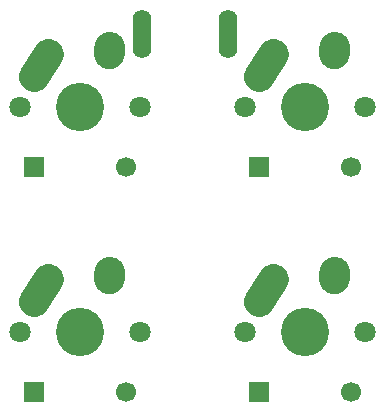
<source format=gts>
%TF.GenerationSoftware,KiCad,Pcbnew,(5.1.6)-1*%
%TF.CreationDate,2020-08-17T19:43:53-04:00*%
%TF.ProjectId,keeb_v1,6b656562-5f76-4312-9e6b-696361645f70,rev?*%
%TF.SameCoordinates,Original*%
%TF.FileFunction,Soldermask,Top*%
%TF.FilePolarity,Negative*%
%FSLAX46Y46*%
G04 Gerber Fmt 4.6, Leading zero omitted, Abs format (unit mm)*
G04 Created by KiCad (PCBNEW (5.1.6)-1) date 2020-08-17 19:43:53*
%MOMM*%
%LPD*%
G01*
G04 APERTURE LIST*
%ADD10C,1.801800*%
%ADD11C,4.087800*%
%ADD12C,1.700000*%
%ADD13R,1.700000X1.700000*%
%ADD14O,1.600000X4.100000*%
G04 APERTURE END LIST*
%TO.C,K3*%
G36*
G01*
X106613286Y-99550909D02*
X106652734Y-98972252D01*
G75*
G02*
X108038144Y-97763682I1296990J-88420D01*
G01*
X108038144Y-97763682D01*
G75*
G02*
X109246714Y-99149092I-88420J-1296990D01*
G01*
X109207266Y-99727748D01*
G75*
G02*
X107821856Y-100936318I-1296990J88420D01*
G01*
X107821856Y-100936318D01*
G75*
G02*
X106613286Y-99550908I88420J1296990D01*
G01*
G37*
G36*
G01*
X100454129Y-100870326D02*
X101663053Y-98972696D01*
G75*
G02*
X103457951Y-98574776I1096409J-698489D01*
G01*
X103457951Y-98574776D01*
G75*
G02*
X103855871Y-100369674I-698489J-1096409D01*
G01*
X102646947Y-102267304D01*
G75*
G02*
X100852049Y-102665224I-1096409J698489D01*
G01*
X100852049Y-102665224D01*
G75*
G02*
X100454129Y-100870326I698489J1096409D01*
G01*
G37*
D10*
X110490000Y-104140000D03*
X100330000Y-104140000D03*
D11*
X105410000Y-104140000D03*
%TD*%
D12*
%TO.C,D1*%
X90260000Y-109220000D03*
D13*
X82460000Y-109220000D03*
%TD*%
%TO.C,D2*%
X82460000Y-128270000D03*
D12*
X90260000Y-128270000D03*
%TD*%
D13*
%TO.C,D3*%
X101510000Y-109220000D03*
D12*
X109310000Y-109220000D03*
%TD*%
%TO.C,D4*%
X109310000Y-128270000D03*
D13*
X101510000Y-128270000D03*
%TD*%
D14*
%TO.C,J1*%
X91600000Y-97930000D03*
X98900000Y-97930000D03*
%TD*%
D11*
%TO.C,K1*%
X86360000Y-104140000D03*
D10*
X81280000Y-104140000D03*
X91440000Y-104140000D03*
G36*
G01*
X81404129Y-100870326D02*
X82613053Y-98972696D01*
G75*
G02*
X84407951Y-98574776I1096409J-698489D01*
G01*
X84407951Y-98574776D01*
G75*
G02*
X84805871Y-100369674I-698489J-1096409D01*
G01*
X83596947Y-102267304D01*
G75*
G02*
X81802049Y-102665224I-1096409J698489D01*
G01*
X81802049Y-102665224D01*
G75*
G02*
X81404129Y-100870326I698489J1096409D01*
G01*
G37*
G36*
G01*
X87563286Y-99550909D02*
X87602734Y-98972252D01*
G75*
G02*
X88988144Y-97763682I1296990J-88420D01*
G01*
X88988144Y-97763682D01*
G75*
G02*
X90196714Y-99149092I-88420J-1296990D01*
G01*
X90157266Y-99727748D01*
G75*
G02*
X88771856Y-100936318I-1296990J88420D01*
G01*
X88771856Y-100936318D01*
G75*
G02*
X87563286Y-99550908I88420J1296990D01*
G01*
G37*
%TD*%
D11*
%TO.C,K2*%
X86360000Y-123190000D03*
D10*
X81280000Y-123190000D03*
X91440000Y-123190000D03*
G36*
G01*
X81404129Y-119920326D02*
X82613053Y-118022696D01*
G75*
G02*
X84407951Y-117624776I1096409J-698489D01*
G01*
X84407951Y-117624776D01*
G75*
G02*
X84805871Y-119419674I-698489J-1096409D01*
G01*
X83596947Y-121317304D01*
G75*
G02*
X81802049Y-121715224I-1096409J698489D01*
G01*
X81802049Y-121715224D01*
G75*
G02*
X81404129Y-119920326I698489J1096409D01*
G01*
G37*
G36*
G01*
X87563286Y-118600909D02*
X87602734Y-118022252D01*
G75*
G02*
X88988144Y-116813682I1296990J-88420D01*
G01*
X88988144Y-116813682D01*
G75*
G02*
X90196714Y-118199092I-88420J-1296990D01*
G01*
X90157266Y-118777748D01*
G75*
G02*
X88771856Y-119986318I-1296990J88420D01*
G01*
X88771856Y-119986318D01*
G75*
G02*
X87563286Y-118600908I88420J1296990D01*
G01*
G37*
%TD*%
%TO.C,K4*%
G36*
G01*
X106613286Y-118600909D02*
X106652734Y-118022252D01*
G75*
G02*
X108038144Y-116813682I1296990J-88420D01*
G01*
X108038144Y-116813682D01*
G75*
G02*
X109246714Y-118199092I-88420J-1296990D01*
G01*
X109207266Y-118777748D01*
G75*
G02*
X107821856Y-119986318I-1296990J88420D01*
G01*
X107821856Y-119986318D01*
G75*
G02*
X106613286Y-118600908I88420J1296990D01*
G01*
G37*
G36*
G01*
X100454129Y-119920326D02*
X101663053Y-118022696D01*
G75*
G02*
X103457951Y-117624776I1096409J-698489D01*
G01*
X103457951Y-117624776D01*
G75*
G02*
X103855871Y-119419674I-698489J-1096409D01*
G01*
X102646947Y-121317304D01*
G75*
G02*
X100852049Y-121715224I-1096409J698489D01*
G01*
X100852049Y-121715224D01*
G75*
G02*
X100454129Y-119920326I698489J1096409D01*
G01*
G37*
X110490000Y-123190000D03*
X100330000Y-123190000D03*
D11*
X105410000Y-123190000D03*
%TD*%
M02*

</source>
